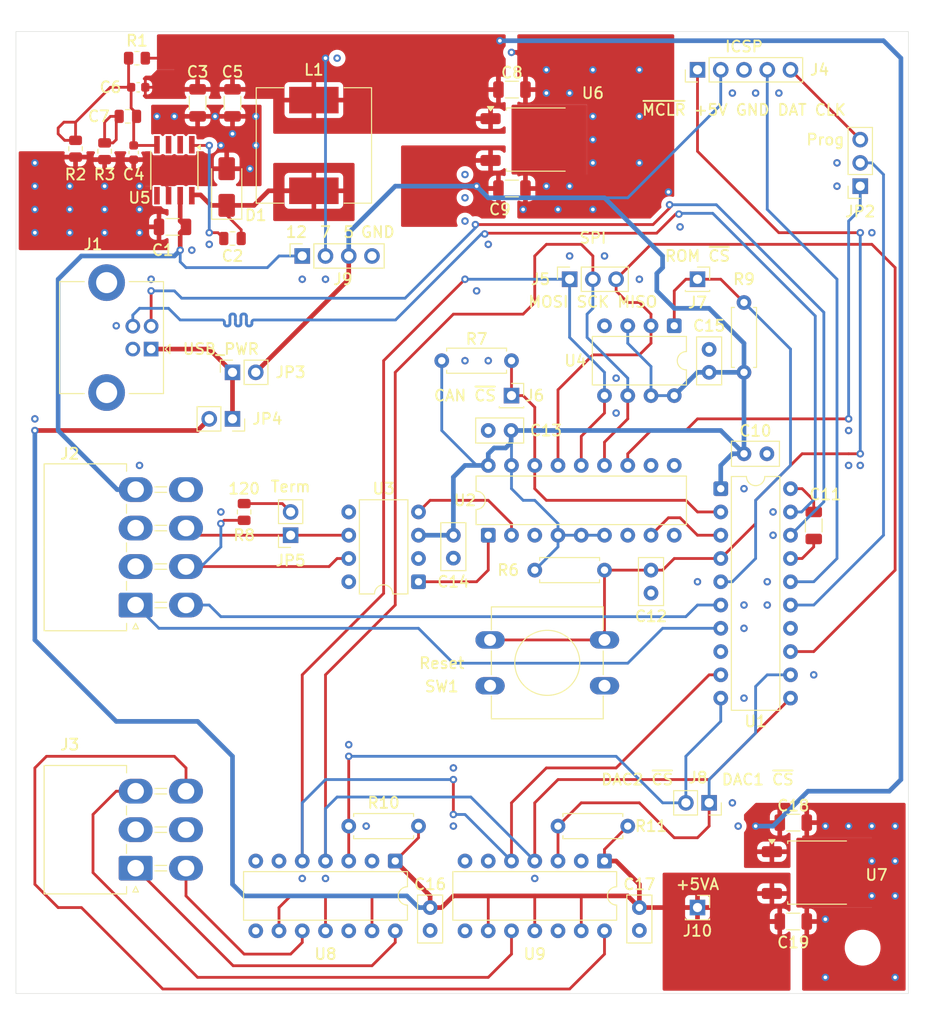
<source format=kicad_pcb>
(kicad_pcb (version 20241229) (generator "pcbnew") (generator_version "9.0")
  (title_block (title "CAN Gauge Interface") (date "2025-09-27") (rev "0.1") (company "Sam Anthony"))
  (layers (0 "F.Cu" signal) (4 "In1.Cu" signal) (6 "In2.Cu" signal) (2 "B.Cu" power) (13 "F.Paste" user) (15 "B.Paste" user) (5 "F.SilkS" user "F.Silkscreen") (7 "B.SilkS" user "B.Silkscreen") (1 "F.Mask" user) (3 "B.Mask" user) (25 "Edge.Cuts" user))
  (net 0 "")
  (net 1 "GND")
  (net 2 "+12V")
  (net 3 "Net-(U5-BOOT)")
  (net 4 "+7V")
  (net 5 "Net-(C7-Pad2)")
  (net 6 "+5V")
  (net 7 "Net-(U1-Vusb3v3)")
  (net 8 "/~{MCLR}")
  (net 9 "+5VA")
  (net 10 "/USB_D+")
  (net 11 "/USB_D-")
  (net 12 "VBUS")
  (net 15 "/CAN_L")
  (net 16 "/Speed")
  (net 17 "/Tach")
  (net 18 "/CAN_H")
  (net 19 "/AN4")
  (net 20 "/AN2")
  (net 21 "/AN3")
  (net 22 "/AN1")
  (net 23 "/ICSP_CLK")
  (net 24 "/ICSP_DAT")
  (net 25 "/SCK")
  (net 26 "/MOSI")
  (net 27 "/MISO")
  (net 28 "/CAN_~{CS}")
  (net 29 "/ROM_~{CS}")
  (net 30 "/DAC2_~{CS}")
  (net 31 "/DAC1_~{CS}")
  (net 32 "/INT{slash}ICSP_CLK")
  (net 33 "/INT")
  (net 34 "Net-(JP5-B)")
  (net 36 "/CLK")
  (net 39 "/CAN_RX")
  (net 40 "/CAN_TX")
  (net 53 "/PH")
  (net 54 "/sense")
  (footprint "Connector_PinSocket_2.54mm:PinSocket_1x01_P2.54mm_Vertical" (layer "F.Cu") (at 124.46 129.54)
    (property "Reference" "J7")
    (property "Value" "ROM ~{CS}")
  )
  (footprint "Capacitor_SMD:C_1206_3216Metric" (layer "F.Cu") (at 104.189 119.634)
    (property "Reference" "C9")
    (property "Value" "10u" (hide yes))
  )
  (footprint "Capacitor_SMD:C_0805_2012Metric" (layer "F.Cu") (at 62.23 111.76 180)
    (property "Reference" "C7")
    (property "Value" "47n" (hide yes))
  )
  (footprint "Connector_PinSocket_2.54mm:PinSocket_1x04_P2.54mm_Vertical" (layer "F.Cu") (at 81.28 127 90)
    (property "Reference" "J9")
    (property "Value" "Conn_01x04_Socket" (hide yes))
  )
  (footprint "MountingHole:MountingHole_3.2mm_M3_DIN965" (layer "F.Cu") (at 55 202.5)
    (property "Reference" "H1" (hide yes))
    (property "Value" "MountingHole" (hide yes))
  )
  (footprint "Capacitor_SMD:C_1206_3216Metric" (layer "F.Cu") (at 134.923 199.644)
    (property "Reference" "C19")
    (property "Value" "10u" (hide yes))
  )
  (footprint "Resistor_THT:R_Axial_DIN0207_L6.3mm_D2.5mm_P7.62mm_Horizontal" (layer "F.Cu") (at 93.98 189.23 180)
    (property "Reference" "R10")
    (property "Value" "10k" (hide yes))
  )
  (footprint "Capacitor_SMD:C_1206_3216Metric" (layer "F.Cu") (at 134.923 188.849)
    (property "Reference" "C18")
    (property "Value" "10u" (hide yes))
  )
  (footprint "Package_TO_SOT_SMD:TO-252-2" (layer "F.Cu") (at 106.894 114.294)
    (property "Reference" "U6")
    (property "Value" "L78M05AB" (hide yes))
  )
  (footprint "Capacitor_THT:C_Disc_D5.0mm_W2.5mm_P2.50mm" (layer "F.Cu") (at 95.25 198.12 -90)
    (property "Reference" "C16")
    (property "Value" "100n" (hide yes))
  )
  (footprint "MountingHole:MountingHole_3.2mm_M3_DIN965" (layer "F.Cu") (at 142.5 202.5)
    (property "Reference" "H2" (hide yes))
    (property "Value" "MountingHole" (hide yes))
  )
  (footprint "Capacitor_SMD:C_0603_1608Metric" (layer "F.Cu") (at 62.865 115.71 -90)
    (property "Reference" "C4")
    (property "Value" "220p" (hide yes))
  )
  (footprint "footprints:Molex_Mini-Fit_Jr_5569-06A2_2x03_P4.20mm_Horizontal" (layer "F.Cu") (at 63.08 193.82 90)
    (property "Reference" "J3")
    (property "Value" "Analog")
  )
  (footprint "Resistor_SMD:R_0805_2012Metric" (layer "F.Cu") (at 63.2225 105.41)
    (property "Reference" "R1")
    (property "Value" "10k" (hide yes))
  )
  (footprint "footprints:USB_B_Lumberg_2411_02_Horizontal" (layer "F.Cu") (at 64.77 137.16 180)
    (property "Reference" "J1")
    (property "Value" "USB_B" (hide yes))
  )
  (footprint "Connector_PinSocket_2.54mm:PinSocket_1x02_P2.54mm_Vertical" (layer "F.Cu") (at 80.01 157.48 180)
    (property "Reference" "JP5")
    (property "Value" "Term")
  )
  (footprint "Capacitor_SMD:C_0603_1608Metric" (layer "F.Cu") (at 63.36 108.585)
    (property "Reference" "C6")
    (property "Value" "3300p" (hide yes))
  )
  (footprint "Inductor_SMD:L_12x12mm_H8mm" (layer "F.Cu") (at 82.55 114.935 90)
    (property "Reference" "L1")
    (property "Value" "150u" (hide yes))
  )
  (footprint "MountingHole:MountingHole_3.2mm_M3_DIN965" (layer "F.Cu") (at 55 107.5)
    (property "Reference" "H4" (hide yes))
    (property "Value" "MountingHole" (hide yes))
  )
  (footprint "Resistor_SMD:R_0805_2012Metric" (layer "F.Cu") (at 56.515 115.2925 -90)
    (property "Reference" "R2")
    (property "Value" "3k24" (hide yes))
  )
  (footprint "Resistor_THT:R_Axial_DIN0207_L6.3mm_D2.5mm_P7.62mm_Horizontal" (layer "F.Cu") (at 106.68 161.29)
    (property "Reference" "R6")
    (property "Value" "10k" (hide yes))
  )
  (footprint "Connector_PinSocket_2.54mm:PinSocket_1x02_P2.54mm_Vertical" (layer "F.Cu") (at 125.73 186.69 -90)
    (property "Reference" "J8")
    (property "Value" "DAC ~{CS}" (hide yes))
  )
  (footprint "Button_Switch_THT:SW_PUSH-12mm" (layer "F.Cu") (at 114.3 173.91 180)
    (property "Reference" "SW1")
    (property "Value" "Reset")
  )
  (footprint "Capacitor_SMD:C_1206_3216Metric" (layer "F.Cu") (at 69.85 110.285 -90)
    (property "Reference" "C3")
    (property "Value" "22u" (hide yes))
  )
  (footprint "Connector_PinSocket_2.54mm:PinSocket_1x01_P2.54mm_Vertical" (layer "F.Cu") (at 104.14 142.24)
    (property "Reference" "J6")
    (property "Value" "CAN ~{CS}")
  )
  (footprint "Resistor_THT:R_Axial_DIN0207_L6.3mm_D2.5mm_P7.62mm_Horizontal" (layer "F.Cu") (at 129.54 139.7 90)
    (property "Reference" "R9")
    (property "Value" "10k" (hide yes))
  )
  (footprint "Connector_PinSocket_2.54mm:PinSocket_1x03_P2.54mm_Vertical" (layer "F.Cu") (at 142.24 119.38 180)
    (property "Reference" "JP2")
    (property "Value" "Prog")
  )
  (footprint "Package_DIP:DIP-14_W7.62mm" (layer "F.Cu") (at 91.44 193.04 -90)
    (property "Reference" "U8")
    (property "Value" "MCP4912" (hide yes))
  )
  (footprint "Diode_SMD:D_SMA" (layer "F.Cu") (at 73.025 119.475 90)
    (property "Reference" "D1")
    (property "Value" "SS34" (hide yes))
  )
  (footprint "footprints:Molex_Mini-Fit_Jr_5569-08A2_2x04_P4.20mm_Horizontal" (layer "F.Cu") (at 63.08 165.1 90)
    (property "Reference" "J2")
    (property "Value" "Conn_02x04_Top_Bottom")
  )
  (footprint "Resistor_SMD:R_0805_2012Metric" (layer "F.Cu") (at 59.69 115.57 -90)
    (property "Reference" "R3")
    (property "Value" "2k7" (hide yes))
  )
  (footprint "Package_DIP:DIP-8_W7.62mm" (layer "F.Cu") (at 93.98 162.56 180)
    (property "Reference" "U3")
    (property "Value" "MCP2561-E-P" (hide yes))
  )
  (footprint "Resistor_THT:R_Axial_DIN0207_L6.3mm_D2.5mm_P7.62mm_Horizontal" (layer "F.Cu") (at 96.52 138.43)
    (property "Reference" "R7")
    (property "Value" "10k" (hide yes))
  )
  (footprint "Capacitor_SMD:C_1206_3216Metric" (layer "F.Cu") (at 73.66 110.285 -90)
    (property "Reference" "C5")
    (property "Value" "22u" (hide yes))
  )
  (footprint "Connector_PinHeader_2.54mm:PinHeader_1x05_P2.54mm_Vertical" (layer "F.Cu") (at 124.46 106.68 90)
    (property "Reference" "J4")
    (property "Value" "ICSP")
  )
  (footprint "Capacitor_THT:C_Disc_D5.0mm_W2.5mm_P2.50mm" (layer "F.Cu") (at 97.79 159.98 90)
    (property "Reference" "C14")
    (property "Value" "100n" (hide yes))
  )
  (footprint "Connector_PinSocket_2.54mm:PinSocket_1x03_P2.54mm_Vertical" (layer "F.Cu") (at 110.49 129.54 90)
    (property "Reference" "J5")
    (property "Value" "SPI Debug" (hide yes))
  )
  (footprint "Connector_PinSocket_2.54mm:PinSocket_1x02_P2.54mm_Vertical" (layer "F.Cu") (at 73.66 144.78 -90)
    (property "Reference" "JP4")
    (property "Value" "USB_PWR" (hide yes))
  )
  (footprint "Capacitor_SMD:C_1206_3216Metric" (layer "F.Cu") (at 104.189 108.839)
    (property "Reference" "C8")
    (property "Value" "10u" (hide yes))
  )
  (footprint "Connector_PinSocket_2.54mm:PinSocket_1x01_P2.54mm_Vertical" (layer "F.Cu") (at 124.46 198.12)
    (property "Reference" "J10")
    (property "Value" "+5VA")
  )
  (footprint "Package_DIP:DIP-20_W7.62mm" (layer "F.Cu") (at 127 152.4)
    (property "Reference" "U1")
    (property "Value" "PIC16F1459-IP" (hide yes))
  )
  (footprint "Capacitor_SMD:C_0805_2012Metric" (layer "F.Cu") (at 73.66 125.095)
    (property "Reference" "C2")
    (property "Value" "10n" (hide yes))
  )
  (footprint "Package_SO:TI_SO-PowerPAD-8" (layer "F.Cu") (at 67.31 117.635 -90)
    (property "Reference" "U5")
    (property "Value" "TPS5430DDA" (hide yes))
  )
  (footprint "Capacitor_THT:C_Disc_D5.0mm_W2.5mm_P2.50mm" (layer "F.Cu") (at 119.38 161.29 -90)
    (property "Reference" "C12")
    (property "Value" "100n" (hide yes))
  )
  (footprint "Capacitor_THT:C_Disc_D5.0mm_W2.5mm_P2.50mm" (layer "F.Cu") (at 118.11 198.12 -90)
    (property "Reference" "C17")
    (property "Value" "100n" (hide yes))
  )
  (footprint "Resistor_SMD:R_0805_2012Metric" (layer "F.Cu") (at 74.93 154.94 -90)
    (property "Reference" "R8")
    (property "Value" "120")
  )
  (footprint "Capacitor_THT:C_Disc_D5.0mm_W2.5mm_P2.50mm" (layer "F.Cu") (at 129.54 148.59)
    (property "Reference" "C10")
    (property "Value" "100n" (hide yes))
  )
  (footprint "MountingHole:MountingHole_3.2mm_M3_DIN965" (layer "F.Cu") (at 142.5 107.5)
    (property "Reference" "H3" (hide yes))
    (property "Value" "MountingHole" (hide yes))
  )
  (footprint "Capacitor_THT:C_Disc_D5.0mm_W2.5mm_P2.50mm" (layer "F.Cu") (at 101.6 146.05)
    (property "Reference" "C13")
    (property "Value" "100n" (hide yes))
  )
  (footprint "Resistor_THT:R_Axial_DIN0207_L6.3mm_D2.5mm_P7.62mm_Horizontal" (layer "F.Cu") (at 116.84 189.23 180)
    (property "Reference" "R11")
    (property "Value" "10k" (hide yes))
  )
  (footprint "Connector_PinSocket_2.54mm:PinSocket_1x02_P2.54mm_Vertical" (layer "F.Cu") (at 73.66 139.7 90)
    (property "Reference" "JP3")
    (property "Value" "USB_PWR")
  )
  (footprint "Package_DIP:DIP-18_W7.62mm" (layer "F.Cu") (at 101.6 157.48 90)
    (property "Reference" "U2")
    (property "Value" "MCP2515-I/P" (hide yes))
  )
  (footprint "Capacitor_SMD:C_1206_3216Metric" (layer "F.Cu") (at 137.16 156.415 90)
    (property "Reference" "C11")
    (property "Value" "1u" (hide yes))
  )
  (footprint "Package_DIP:DIP-8_W7.62mm" (layer "F.Cu") (at 121.92 134.62 -90)
    (property "Reference" "U4")
    (property "Value" "25LC160C" (hide yes))
  )
  (footprint "Package_TO_SOT_SMD:TO-252-2" (layer "F.Cu") (at 137.628 194.304)
    (property "Reference" "U7")
    (property "Value" "L78M05AB" (hide yes))
  )
  (footprint "Capacitor_SMD:C_1206_3216Metric" (layer "F.Cu") (at 67.105 123.825 180)
    (property "Reference" "C1")
    (property "Value" "22u" (hide yes))
  )
  (footprint "Capacitor_THT:C_Disc_D5.0mm_W2.5mm_P2.50mm" (layer "F.Cu") (at 125.73 137.2 -90)
    (property "Reference" "C15")
    (property "Value" "100n" (hide yes))
  )
  (footprint "Package_DIP:DIP-14_W7.62mm" (layer "F.Cu") (at 114.3 193.04 -90)
    (property "Reference" "U9")
    (property "Value" "MCP4912" (hide yes))
  )
  (gr_rect (start 50 102.5) (end 147.5 207.5) (stroke (width 0.05)) (fill no) (layer "Edge.Cuts"))
  (gr_text "SPI" (at 113.03 125.73 0) (layer "F.SilkS") (effects (font (size 1.2 1.2) (thickness 0.2) (bold yes)) (justify bottom)))
  (gr_text "12" (at 80.645 125.095 0) (layer "F.SilkS") (effects (font (size 1.2 1.2) (thickness 0.2) (bold yes)) (justify bottom)))
  (gr_text "~{MCLR} +5V GND DAT CLK" (at 129.54 111.76 0) (layer "F.SilkS") (effects (font (size 1.2 1.2) (thickness 0.2) (bold yes)) (justify bottom)))
  (gr_text "GND" (at 89.535 125.095 0) (layer "F.SilkS") (effects (font (size 1.2 1.2) (thickness 0.2) (bold yes)) (justify bottom)))
  (gr_text "7\n" (at 83.82 125.095 0) (layer "F.SilkS") (effects (font (size 1.2 1.2) (thickness 0.2) (bold yes)) (justify bottom)))
  (gr_text "DAC2 ~{CS}" (at 121.92 184.15 0) (layer "F.SilkS") (effects (font (size 1.2 1.2) (thickness 0.2) (bold yes)) (justify right)))
  (gr_text "DAC1 ~{CS}" (at 127 184.15 0) (layer "F.SilkS") (effects (font (size 1.2 1.2) (thickness 0.2) (bold yes)) (justify left)))
  (gr_text "MOSI SCK MISO" (at 113.03 132.715 0) (layer "F.SilkS") (effects (font (size 1.2 1.2) (thickness 0.2) (bold yes)) (justify bottom)))
  (gr_text "5" (at 86.36 125.095 0) (layer "F.SilkS") (effects (font (size 1.2 1.2) (thickness 0.2) (bold yes)) (justify bottom)))
  (segment (start 134.62 152.4) (end 135.89 152.4) (width 0.3048) (layer "F.Cu") (net 1))
  (segment (start 105.664 105.664) (end 105.664 108.839) (width 0.508) (layer "F.Cu") (net 1))
  (segment (start 104.14 104.775) (end 104.775 104.775) (width 0.508) (layer "F.Cu") (net 1))
  (segment (start 137.16 153.67) (end 137.16 154.94) (width 0.3048) (layer "F.Cu") (net 1))
  (segment (start 104.775 104.775) (end 105.664 105.664) (width 0.508) (layer "F.Cu") (net 1))
  (segment (start 135.89 152.4) (end 137.16 153.67) (width 0.3048) (layer "F.Cu") (net 1))
  (via (at 128.27 109.22) (size 0.8128) (drill 0.4) (layers "F.Cu" "B.Cu") (net 1))
  (via (at 71.755 111.76) (size 0.8128) (drill 0.4) (layers "F.Cu" "B.Cu") (net 1))
  (via (at 73.66 113.665) (size 0.8128) (drill 0.4) (layers "F.Cu" "B.Cu") (net 1))
  (via (at 122.555 123.825) (size 0.8128) (drill 0.4) (layers "F.Cu" "B.Cu") (net 1))
  (via (at 99.06 138.43) (size 0.8128) (drill 0.4) (layers "F.Cu" "B.Cu") (net 1))
  (via (at 63.5 124.46) (size 0.8128) (drill 0.4) (layers "F.Cu" "B.Cu") (net 1))
  (via (at 139.7 116.84) (size 0.8128) (drill 0.4) (layers "F.Cu" "B.Cu") (net 1))
  (via (at 110.49 109.22) (size 0.8128) (drill 0.4) (layers "F.Cu" "B.Cu") (net 1))
  (via (at 113.03 111.76) (size 0.8128) (drill 0.4) (layers "F.Cu" "B.Cu") (net 1))
  (via (at 146.05 196.85) (size 0.8128) (drill 0.4) (layers "F.Cu" "B.Cu") (net 1))
  (via (at 118.11 129.54) (size 0.8128) (drill 0.4) (layers "F.Cu" "B.Cu") (net 1))
  (via (at 67.31 111.76) (size 0.8128) (drill 0.4) (layers "F.Cu" "B.Cu") (net 1))
  (via (at 110.49 119.38) (size 0.8128) (drill 0.4) (layers "F.Cu" "B.Cu") (net 1))
  (via (at 88.265 189.23) (size 0.8128) (drill 0.4) (layers "F.Cu" "B.Cu") (net 1))
  (via (at 138.43 199.39) (size 0.8128) (drill 0.4) (layers "F.Cu" "B.Cu") (net 1))
  (via (at 69.215 126.365) (size 0.8128) (drill 0.4) (layers "F.Cu" "B.Cu") (net 1))
  (via (at 146.05 193.04) (size 0.8128) (drill 0.4) (layers "F.Cu" "B.Cu") (net 1))
  (via (at 143.51 189.23) (size 0.8128) (drill 0.4) (layers "F.Cu" "B.Cu") (net 1))
  (via (at 75.565 117.475) (size 0.8128) (drill 0.4) (layers "F.Cu" "B.Cu") (net 1))
  (via (at 104.14 104.775) (size 0.8128) (drill 0.4) (layers "F.Cu" "B.Cu") (net 1))
  (via (at 81.28 129.54) (size 0.8128) (drill 0.4) (layers "F.Cu" "B.Cu") (net 1))
  (via (at 118.11 116.84) (size 0.8128) (drill 0.4) (layers "F.Cu" "B.Cu") (net 1))
  (via (at 65.405 111.76) (size 0.8128) (drill 0.4) (layers "F.Cu" "B.Cu") (net 1))
  (via (at 55.88 121.92) (size 0.8128) (drill 0.4) (layers "F.Cu" "B.Cu") (net 1))
  (via (at 121.285 120.015) (size 0.8128) (drill 0.4) (layers "F.Cu" "B.Cu") (net 1))
  (via (at 138.43 189.23) (size 0.8128) (drill 0.4) (layers "F.Cu" "B.Cu") (net 1))
  (via (at 132.08 162.56) (size 0.8128) (drill 0.4) (layers "F.Cu" "B.Cu") (net 1))
  (via (at 110.49 127) (size 0.8128) (drill 0.4) (layers "F.Cu" "B.Cu") (net 1))
  (via (at 63.5 149.86) (size 0.8128) (drill 0.4) (layers "F.Cu" "B.Cu") (net 1))
  (via (at 128.905 189.23) (size 0.8128) (drill 0.4) (layers "F.Cu" "B.Cu") (net 1))
  (via (at 107.95 119.38) (size 0.8128) (drill 0.4) (layers "F.Cu" "B.Cu") (net 1))
  (via (at 99.06 120.65) (size 0.8128) (drill 0.4) (layers "F.Cu" "B.Cu") (net 1))
  (via (at 140.97 149.86) (size 0.8128) (drill 0.4) (layers "F.Cu" "B.Cu") (net 1))
  (via (at 142.24 149.86) (size 0.8128) (drill 0.4) (layers "F.Cu" "B.Cu") (net 1))
  (via (at 132.715 157.48) (size 0.8128) (drill 0.4) (layers "F.Cu" "B.Cu") (net 1))
  (via (at 143.51 124.46) (size 0.8128) (drill 0.4) (layers "F.Cu" "B.Cu") (net 1))
  (via (at 128.27 186.69) (size 0.8128) (drill 0.4) (layers "F.Cu" "B.Cu") (net 1))
  (via (at 132.08 165.1) (size 0.8128) (drill 0.4) (layers "F.Cu" "B.Cu") (net 1))
  (via (at 52.07 144.78) (size 0.8128) (drill 0.4) (layers "F.Cu" "B.Cu") (net 1))
  (via (at 85.09 105.41) (size 0.8128) (drill 0.4) (layers "F.Cu" "B.Cu") (net 1))
  (via (at 129.54 165.1) (size 0.8128) (drill 0.4) (layers "F.Cu" "B.Cu") (net 1))
  (via (at 130.81 109.22) (size 0.8128) (drill 0.4) (layers "F.Cu" "B.Cu") (net 1))
  (via (at 129.54 152.4) (size 0.8128) (drill 0.4) (layers "F.Cu" "B.Cu") (net 1))
  (via (at 52.07 119.38) (size 0.8128) (drill 0.4) (layers "F.Cu" "B.Cu") (net 1))
  (via (at 146.05 205.74) (size 0.8128) (drill 0.4) (layers "F.Cu" "B.Cu") (net 1))
  (via (at 101.6 125.73) (size 0.8128) (drill 0.4) (layers "F.Cu" "B.Cu") (net 1))
  (via (at 133.35 109.22) (size 0.8128) (drill 0.4) (layers "F.Cu" "B.Cu") (net 1))
  (via (at 109.22 121.92) (size 0.8128) (drill 0.4) (layers "F.Cu" "B.Cu") (net 1))
  (via (at 59.69 121.92) (size 0.8128) (drill 0.4) (layers "F.Cu" "B.Cu") (net 1))
  (via (at 115.57 140.335) (size 0.8128) (drill 0.4) (layers "F.Cu" "B.Cu") (net 1))
  (via (at 55.88 119.38) (size 0.8128) (drill 0.4) (layers "F.Cu" "B.Cu") (net 1))
  (via (at 106.68 194.945) (size 0.8128) (drill 0.4) (layers "F.Cu" "B.Cu") (net 1))
  (via (at 76.2 114.935) (size 0.8128) (drill 0.4) (layers "F.Cu" "B.Cu") (net 1))
  (via (at 140.97 189.23) (size 0.8128) (drill 0.4) (layers "F.Cu" "B.Cu") (net 1))
  (via (at 113.03 114.3) (size 0.8128) (drill 0.4) (layers "F.Cu" "B.Cu") (net 1))
  (via (at 60.96 134.62) (size 0.8128) (drill 0.4) (layers "F.Cu" "B.Cu") (net 1))
  (via (at 115.57 144.145) (size 0.8128) (drill 0.4) (layers "F.Cu" "B.Cu") (net 1))
  (via (at 118.11 111.76) (size 0.8128) (drill 0.4) (layers "F.Cu" "B.Cu") (net 1))
  (via (at 71.12 125.73) (size 0.8128) (drill 0.4) (layers "F.Cu" "B.Cu") (net 1))
  (via (at 105.41 121.92) (size 0.8128) (drill 0.4) (layers "F.Cu" "B.Cu") (net 1))
  (via (at 138.43 205.74) (size 0.8128) (drill 0.4) (layers "F.Cu" "B.Cu") (net 1))
  (via (at 99.06 118.11) (size 0.8128) (drill 0.4) (layers "F.Cu" "B.Cu") (net 1))
  (via (at 100.33 130.81) (size 0.8128) (drill 0.4) (layers "F.Cu" "B.Cu") (net 1))
  (via (at 52.07 116.84) (size 0.8128) (drill 0.4) (layers "F.Cu" "B.Cu") (net 1))
  (via (at 72.39 114.935) (size 0.8128) (drill 0.4) (layers "F.Cu" "B.Cu") (net 1))
  (via (at 83.82 129.54) (size 0.8128) (drill 0.4) (layers "F.Cu" "B.Cu") (net 1))
  (via (at 64.77 129.54) (size 0.8128) (drill 0.4) (layers "F.Cu" "B.Cu") (net 1))
  (via (at 63.5 121.92) (size 0.8128) (drill 0.4) (layers "F.Cu" "B.Cu") (net 1))
  (via (at 137.16 172.72) (size 0.8128) (drill 0.4) (layers "F.Cu" "B.Cu") (net 1))
  (via (at 107.95 109.22) (size 0.8128) (drill 0.4) (layers "F.Cu" "B.Cu") (net 1))
  (via (at 101.6 138.43) (size 0.8128) (drill 0.4) (layers "F.Cu" "B.Cu") (net 1))
  (via (at 97.79 189.23) (size 0.8128) (drill 0.4) (layers "F.Cu" "B.Cu") (net 1))
  (via (at 118.11 106.68) (size 0.8128) (drill 0.4) (layers "F.Cu" "B.Cu") (net 1))
  (via (at 52.07 124.46) (size 0.8128) (drill 0.4) (layers "F.Cu" "B.Cu") (net 1))
  (via (at 139.7 119.38) (size 0.8128) (drill 0.4) (layers "F.Cu" "B.Cu") (net 1))
  (via (at 83.82 194.945) (size 0.8128) (drill 0.4) (layers "F.Cu" "B.Cu") (net 1))
  (via (at 146.05 189.23) (size 0.8128) (drill 0.4) (layers "F.Cu" "B.Cu") (net 1))
  (via (at 113.03 121.92) (size 0.8128) (drill 0.4) (layers "F.Cu" "B.Cu") (net 1))
  (via (at 113.03 106.68) (size 0.8128) (drill 0.4) (layers "F.Cu" "B.Cu") (net 1))
  (via (at 72.39 154.94) (size 0.8128) (drill 0.4) (layers "F.Cu" "B.Cu") (net 1))
  (via (at 59.69 119.38) (size 0.8128) (drill 0.4) (layers "F.Cu" "B.Cu") (net 1))
  (via (at 129.54 175.26) (size 0.8128) (drill 0.4) (layers "F.Cu" "B.Cu") (net 1))
  (via (at 81.28 194.945) (size 0.8128) (drill 0.4) (layers "F.Cu" "B.Cu") (net 1))
  (via (at 97.79 182.88) (size 0.8128) (drill 0.4) (layers "F.Cu" "B.Cu") (net 1))
  (via (at 124.46 162.56) (size 0.8128) (drill 0.4) (layers "F.Cu" "B.Cu") (net 1))
  (via (at 55.88 124.46) (size 0.8128) (drill 0.4) (layers "F.Cu" "B.Cu") (net 1))
  (via (at 132.715 154.94) (size 0.8128) (drill 0.4) (layers "F.Cu" "B.Cu") (net 1))
  (via (at 143.51 196.85) (size 0.8128) (drill 0.4) (layers "F.Cu" "B.Cu") (net 1))
  (via (at 113.03 116.84) (size 0.8128) (drill 0.4) (layers "F.Cu" "B.Cu") (net 1))
  (via (at 63.5 119.38) (size 0.8128) (drill 0.4) (layers "F.Cu" "B.Cu") (net 1))
  (via (at 59.69 124.46) (size 0.8128) (drill 0.4) (layers "F.Cu" "B.Cu") (net 1))
  (via (at 76.2 111.76) (size 0.8128) (drill 0.4) (layers "F.Cu" "B.Cu") (net 1))
  (via (at 86.36 180.34) (size 0.8128) (drill 0.4) (layers "F.Cu" "B.Cu") (net 1))
  (via (at 129.54 167.64) (size 0.8128) (drill 0.4) (layers "F.Cu" "B.Cu") (net 1))
  (via (at 143.51 193.04) (size 0.8128) (drill 0.4) (layers "F.Cu" "B.Cu") (net 1))
  (via (at 99.06 123.19) (size 0.8128) (drill 0.4) (layers "F.Cu" "B.Cu") (net 1))
  (via (at 107.95 106.68) (size 0.8128) (drill 0.4) (layers "F.Cu" "B.Cu") (net 1))
  (via (at 52.07 121.92) (size 0.8128) (drill 0.4) (layers "F.Cu" "B.Cu") (net 1))
  (via (at 114.3 127) (size 0.8128) (drill 0.4) (layers "F.Cu" "B.Cu") (net 1))
  (via (at 140.97 146.05) (size 0.8128) (drill 0.4) (layers "F.Cu" "B.Cu") (net 1))
  (segment (start 67.945 124.46) (end 67.945 126.365) (width 0.508) (layer "F.Cu") (net 2))
  (segment (start 67.945 123.19) (end 68.58 123.825) (width 0.508) (layer "F.Cu") (net 2))
  (segment (start 68.58 123.825) (end 67.945 124.46) (width 0.508) (layer "F.Cu") (net 2))
  (segment (start 67.945 120.335) (end 67.945 123.19) (width 0.508) (layer "F.Cu") (net 2))
  (via (at 67.945 126.365) (size 0.8128) (drill 0.4) (layers "F.Cu" "B.Cu") (net 2))
  (segment (start 54.61 146.05) (end 61.06 152.5) (width 0.508) (layer "B.Cu") (net 2))
  (segment (start 67.945 126.365) (end 67.31 127) (width 0.508) (layer "B.Cu") (net 2))
  (segment (start 77.47 128.27) (end 68.58 128.27) (width 0.3048) (layer "B.Cu") (net 2))
  (segment (start 68.58 128.27) (end 67.945 127.635) (width 0.3048) (layer "B.Cu") (net 2))
  (segment (start 67.31 127) (end 57.15 127) (width 0.508) (layer "B.Cu") (net 2))
  (segment (start 57.15 127) (end 54.61 129.54) (width 0.508) (layer "B.Cu") (net 2))
  (segment (start 61.06 152.5) (end 63.08 152.5) (width 0.508) (layer "B.Cu") (net 2))
  (segment (start 78.74 127) (end 77.47 128.27) (width 0.3048) (layer "B.Cu") (net 2))
  (segment (start 54.61 129.54) (end 54.61 146.05) (width 0.508) (layer "B.Cu") (net 2))
  (segment (start 81.28 127) (end 78.74 127) (width 0.3048) (layer "B.Cu") (net 2))
  (segment (start 67.945 127.635) (end 67.945 126.365) (width 0.3048) (layer "B.Cu") (net 2))
  (segment (start 69.215 114.935) (end 71.12 114.935) (width 0.3048) (layer "F.Cu") (net 3))
  (segment (start 72.075 124.46) (end 72.71 125.095) (width 0.3048) (layer "F.Cu") (net 3))
  (segment (start 71.12 124.46) (end 72.075 124.46) (width 0.3048) (layer "F.Cu") (net 3))
  (via (at 71.12 114.935) (size 0.8128) (drill 0.4) (layers "F.Cu" "B.Cu") (net 3))
  (via (at 71.12 124.46) (size 0.8128) (drill 0.4) (layers "F.Cu" "B.Cu") (net 3))
  (segment (start 71.12 114.935) (end 71.12 124.46) (width 0.3048) (layer "B.Cu") (net 3))
  (segment (start 83.82 105.41) (end 82.55 106.68) (width 0.3048) (layer "F.Cu") (net 4))
  (segment (start 102.714 103.661) (end 102.87 103.505) (width 0.508) (layer "F.Cu") (net 4))
  (segment (start 69.85 107.315) (end 69.85 108.81) (width 0.3048) (layer "F.Cu") (net 4))
  (segment (start 102.714 108.839) (end 102.714 103.661) (width 0.508) (layer "F.Cu") (net 4))
  (segment (start 64.135 105.41) (end 67.945 105.41) (width 0.3048) (layer "F.Cu") (net 4))
  (segment (start 67.945 105.41) (end 69.85 107.315) (width 0.3048) (layer "F.Cu") (net 4))
  (segment (start 82.55 106.68) (end 82.55 109.985) (width 0.3048) (layer "F.Cu") (net 4))
  (via (at 102.87 103.505) (size 0.8128) (drill 0.4) (layers "F.Cu" "B.Cu") (net 4))
  (via (at 83.82 105.41) (size 0.8128) (drill 0.4) (layers "F.Cu" "B.Cu") (net 4))
  (via (at 130.81 189.23) (size 0.8128) (drill 0.4) (layers "F.Cu" "B.Cu") (net 4))
  (segment (start 146.685 105.41) (end 146.685 184.15) (width 0.508) (layer "B.Cu") (net 4))
  (segment (start 102.87 103.505) (end 144.78 103.505) (width 0.508) (layer "B.Cu") (net 4))
  (segment (start 83.82 127) (end 83.82 105.41) (width 0.3048) (layer "B.Cu") (net 4))
  (segment (start 144.78 103.505) (end 146.685 105.41) (width 0.508) (layer "B.Cu") (net 4))
  (segment (start 146.685 184.15) (end 145.415 185.42) (width 0.508) (layer "B.Cu") (net 4))
  (segment (start 136.525 185.42) (end 132.715 189.23) (width 0.508) (layer "B.Cu") (net 4))
  (segment (start 145.415 185.42) (end 136.525 185.42) (width 0.508) (layer "B.Cu") (net 4))
  (segment (start 132.715 189.23) (end 130.81 189.23) (width 0.508) (layer "B.Cu") (net 4))
  (segment (start 60.6025 114.6575) (end 60.96 114.3) (width 0.3048) (layer "F.Cu") (net 5))
  (segment (start 59.69 112.395) (end 60.325 111.76) (width 0.3048) (layer "F.Cu") (net 5))
  (segment (start 59.69 114.6575) (end 60.6025 114.6575) (width 0.3048) (layer "F.Cu") (net 5))
  (segment (start 59.69 114.6575) (end 59.69 112.395) (width 0.3048) (layer "F.Cu") (net 5))
  (segment (start 60.325 111.76) (end 61.28 111.76) (width 0.3048) (layer "F.Cu") (net 5))
  (segment (start 60.96 114.3) (end 60.96 111.76) (width 0.3048) (layer "F.Cu") (net 5))
  (segment (start 86.36 129.54) (end 86.36 127) (width 0.508) (layer "F.Cu") (net 6))
  (segment (start 76.2 139.7) (end 86.36 129.54) (width 0.508) (layer "F.Cu") (net 6))
  (segment (start 102.714 119.634) (end 100.584 119.634) (width 0.508) (layer "F.Cu") (net 6))
  (segment (start 100.584 119.634) (end 100.33 119.38) (width 0.508) (layer "F.Cu") (net 6))
  (via (at 100.33 119.38) (size 0.8128) (drill 0.4) (layers "F.Cu" "B.Cu") (net 6))
  (segment (start 119.38 139.065) (end 116.84 136.525) (width 0.3048) (layer "B.Cu") (net 6))
  (segment (start 119.38 142.24) (end 121.92 142.24) (width 0.3048) (layer "B.Cu") (net 6))
  (segment (start 128.27 148.59) (end 127 149.86) (width 0.508) (layer "B.Cu") (net 6))
  (segment (start 119.38 142.24) (end 119.38 139.065) (width 0.3048) (layer "B.Cu") (net 6))
  (segment (start 86.36 127) (end 86.36 124.46) (width 0.508) (layer "B.Cu") (net 6))
  (segment (start 129.54 148.59) (end 127 146.05) (width 0.508) (layer "B.Cu") (net 6))
  (segment (start 101.6 149.86) (end 99.06 149.86) (width 0.508) (layer "B.Cu") (net 6))
  (segment (start 96.52 146.05) (end 100.33 149.86) (width 0.3048) (layer "B.Cu") (net 6))
  (segment (start 100.33 149.86) (end 101.6 149.86) (width 0.3048) (layer "B.Cu") (net 6))
  (segment (start 100.33 119.38) (end 101.6 120.65) (width 0.508) (layer "B.Cu") (net 6))
  (segment (start 91.44 119.38) (end 100.33 119.38) (width 0.508) (layer "B.Cu") (net 6))
  (segment (start 109.22 156.21) (end 109.22 157.48) (width 0.3048) (layer "B.Cu") (net 6))
  (segment (start 124.46 139.7) (end 121.92 142.24) (width 0.508) (layer "B.Cu") (net 6))
  (segment (start 120.65 128.27) (end 120.015 128.905) (width 0.508) (layer "B.Cu") (net 6))
  (segment (start 120.015 128.905) (end 120.015 130.81) (width 0.508) (layer "B.Cu") (net 6))
  (segment (start 97.79 151.13) (end 97.79 157.48) (width 0.508) (layer "B.Cu") (net 6))
  (segment (start 125.73 132.715) (end 129.54 136.525) (width 0.508) (layer "B.Cu") (net 6))
  (segment (start 127 149.86) (end 127 152.4) (width 0.508) (layer "B.Cu") (net 6))
  (segment (start 109.22 158.75) (end 106.68 161.29) (width 0.3048) (layer "B.Cu") (net 6))
  (segment (start 104.14 149.86) (end 104.14 152.4) (width 0.3048) (layer "B.Cu") (net 6))
  (segment (start 125.73 139.7) (end 124.46 139.7) (width 0.508) (layer "B.Cu") (net 6))
  (segment (start 120.65 127) (end 120.65 128.27) (width 0.508) (layer "B.Cu") (net 6))
  (segment (start 109.22 157.48) (end 114.3 157.48) (width 0.3048) (layer "B.Cu") (net 6))
  (segment (start 121.92 132.715) (end 125.73 132.715) (width 0.508) (layer "B.Cu") (net 6))
  (segment (start 97.79 157.48) (end 93.98 157.48) (width 0.508) (layer "B.Cu") (net 6))
  (segment (start 127 106.68) (end 127 110.49) (width 0.3048) (layer "B.Cu") (net 6))
  (segment (start 129.54 139.7) (end 129.54 148.59) (width 0.508) (layer "B.Cu") (net 6))
  (segment (start 105.41 153.67) (end 106.68 153.67) (width 0.3048) (layer "B.Cu") (net 6))
  (segment (start 99.06 149.86) (end 97.79 151.13) (width 0.508) (layer "B.Cu") (net 6))
  (segment (start 101.6 148.59) (end 101.6 149.86) (width 0.508) (layer "B.Cu") (net 6))
  (segment (start 114.3 120.65) (end 120.65 127) (width 0.508) (layer "B.Cu") (net 6))
  (segment (start 120.015 130.81) (end 121.92 132.715) (width 0.508) (layer "B.Cu") (net 6))
  (segment (start 129.54 136.525) (end 129.54 139.7) (width 0.508) (layer "B.Cu") (net 6))
  (segment (start 104.14 149.86) (end 104.14 146.09) (width 0.3048) (layer "B.Cu") (net 6))
  (segment (start 86.36 124.46) (end 91.44 119.38) (width 0.508) (layer "B.Cu") (net 6))
  (segment (start 129.54 139.7) (end 125.73 139.7) (width 0.508) (layer "B.Cu") (net 6))
  (segment (start 109.22 157.48) (end 109.22 158.75) (width 0.3048) (layer "B.Cu") (net 6))
  (segment (start 103.505 147.955) (end 102.235 147.955) (width 0.508) (layer "B.Cu") (net 6))
  (segment (start 127 146.05) (end 104.1 146.05) (width 0.508) (layer "B.Cu") (net 6))
  (segment (start 127 110.49) (end 116.84 120.65) (width 0.3048) (layer "B.Cu") (net 6))
  (segment (start 101.6 120.65) (end 114.3 120.65) (width 0.508) (layer "B.Cu") (net 6))
  (segment (start 102.235 147.955) (end 101.6 148.59) (width 0.508) (layer "B.Cu") (net 6))
  (segment (start 96.52 138.43) (end 96.52 146.05) (width 0.3048) (layer "B.Cu") (net 6))
  (segment (start 106.68 153.67) (end 109.22 156.21) (width 0.3048) (layer "B.Cu") (net 6))
  (segment (start 129.54 148.59) (end 128.27 148.59) (width 0.508) (layer "B.Cu") (net 6))
  (segment (start 104.1 146.05) (end 104.1 147.36) (width 0.508) (layer "B.Cu") (net 6))
  (segment (start 116.84 120.65) (end 114.3 120.65) (width 0.3048) (layer "B.Cu") (net 6))
  (segment (start 116.84 136.525) (end 116.84 134.62) (width 0.3048) (layer "B.Cu") (net 6))
  (segment (start 104.14 146.09) (end 104.1 146.05) (width 0.3048) (layer "B.Cu") (net 6))
  (segment (start 104.1 147.36) (end 103.505 147.955) (width 0.508) (layer "B.Cu") (net 6))
  (segment (start 104.14 152.4) (end 105.41 153.67) (width 0.3048) (layer "B.Cu") (net 6))
  (segment (start 137.16 158.75) (end 137.16 157.89) (width 0.3048) (layer "F.Cu") (net 7))
  (segment (start 135.89 160.02) (end 137.16 158.75) (width 0.3048) (layer "F.Cu") (net 7))
  (segment (start 134.62 160.02) (end 135.89 160.02) (width 0.3048) (layer "F.Cu") (net 7))
  (segment (start 130.81 153.67) (end 135.89 148.59) (width 0.3048) (layer "F.Cu") (net 8))
  (segment (start 135.89 148.59) (end 140.97 148.59) (width 0.3048) (layer "F.Cu") (net 8))
  (segment (start 120.65 161.29) (end 119.38 161.29) (width 0.3048) (layer "F.Cu") (net 8))
  (segment (start 130.81 156.21) (end 130.81 153.67) (width 0.3048) (layer "F.Cu") (net 8))
  (segment (start 119.38 161.29) (end 114.3 161.29) (width 0.3048) (layer "F.Cu") (net 8))
  (segment (start 133.35 124.46) (end 124.46 115.57) (width 0.3048) (layer "F.Cu") (net 8))
  (segment (start 140.97 148.59) (end 142.24 148.59) (width 0.3048) (layer "F.Cu") (net 8))
  (segment (start 121.92 160.02) (end 120.65 161.29) (width 0.3048) (layer "F.Cu") (net 8))
  (segment (start 114.3 168.91) (end 101.8 168.91) (width 0.3048) (layer "F.Cu") (net 8))
  (segment (start 124.46 115.57) (end 124.46 106.68) (width 0.3048) (layer "F.Cu") (net 8))
  (segment (start 142.24 124.46) (end 133.35 124.46) (width 0.3048) (layer "F.Cu") (net 8))
  (segment (start 114.3 161.29) (end 114.3 168.91) (width 0.3048) (layer "F.Cu") (net 8))
  (segment (start 127 160.02) (end 121.92 160.02) (width 0.3048) (layer "F.Cu") (net 8))
  (segment (start 127 160.02) (end 130.81 156.21) (width 0.3048) (layer "F.Cu") (net 8))
  (via (at 142.24 124.46) (size 0.8128) (drill 0.4) (layers "F.Cu" "B.Cu") (net 8))
  (via (at 142.24 148.59) (size 0.8128) (drill 0.4) (layers "F.Cu" "B.Cu") (net 8))
  (segment (start 142.24 148.59) (end 142.24 124.46) (width 0.3048) (layer "B.Cu") (net 8))
  (segment (start 106.68 196.85) (end 111.76 196.85) (width 0.508) (layer "F.Cu") (net 9))
  (segment (start 95.25 198.12) (end 95.25 196.85) (width 0.508) (layer "F.Cu") (net 9))
  (segment (start 80.01 196.85) (end 83.82 196.85) (width 0.3048) (layer "F.Cu") (net 9))
  (segment (start 88.9 196.85) (end 92.71 196.85) (width 0.3048) (layer "F.Cu") (net 9))
  (segment (start 95.25 196.85) (end 91.44 193.04) (width 0.508) (layer "F.Cu") (net 9))
  (segment (start 93.98 198.12) (end 95.25 198.12) (width 0.3048) (layer "F.Cu") (net 9))
  (segment (start 92.71 196.85) (end 93.98 198.12) (width 0.3048) (layer "F.Cu") (net 9))
  (segment (start 101.6 196.85) (end 106.68 196.85) (width 0.508) (layer "F.Cu") (net 9))
  (segment (start 83.82 200.66) (end 83.82 196.85) (width 0.3048) (layer "F.Cu") (net 9))
  (segment (start 88.9 200.66) (end 88.9 196.85) (width 0.3048) (layer "F.Cu") (net 9))
  (segment (start 116.84 196.85) (end 118.11 198.12) (width 0.508) (layer "F.Cu") (net 9))
  (segment (start 124.46 198.12) (end 127 198.12) (width 0.508) (layer "F.Cu") (net 9))
  (segment (start 118.11 198.12) (end 118.11 195.58) (width 0.508) (layer "F.Cu") (net 9))
  (segment (start 116.84 189.23) (end 114.3 191.77) (width 0.3048) (layer "F.Cu") (net 9))
  (segment (start 118.11 198.12) (end 124.46 198.12) (width 0.508) (layer "F.Cu") (net 9))
  (segment (start 128.524 199.644) (end 133.448 199.644) (width 0.508) (layer "F.Cu") (net 9))
  (segment (start 127 198.12) (end 128.524 199.644) (width 0.508) (layer "F.Cu") (net 9))
  (segment (start 115.57 193.04) (end 114.3 193.04) (width 0.508) (layer "F.Cu") (net 9))
  (segment (start 78.74 200.66) (end 78.74 198.12) (width 0.3048) (layer "F.Cu") (net 9))
  (segment (start 83.82 196.85) (end 88.9 196.85) (width 0.3048) (layer "F.Cu") (net 9))
  (segment (start 118.11 195.58) (end 115.57 193.04) (width 0.508) (layer "F.Cu") (net 9))
  (segment (start 69.85 146.05) (end 52.07 146.05) (width 0.508) (layer "F.Cu") (net 9))
  (segment (start 78.74 198.12) (end 80.01 196.85) (width 0.3048) (layer "F.Cu") (net 9))
  (segment (start 111.76 200.66) (end 111.76 196.85) (width 0.3048) (layer "F.Cu") (net 9))
  (segment (start 111.76 196.85) (end 116.84 196.85) (width 0.508) (layer "F.Cu") (net 9))
  (segment (start 101.6 200.66) (end 101.6 196.85) (width 0.3048) (layer "F.Cu") (net 9))
  (segment (start 96.52 198.12) (end 97.79 196.85) (width 0.508) (layer "F.Cu") (net 9))
  (segment (start 93.98 190.5) (end 91.44 193.04) (width 0.3048) (layer "F.Cu") (net 9))
  (segment (start 97.79 196.85) (end 101.6 196.85) (width 0.508) (layer "F.Cu") (net 9))
  (segment (start 114.3 191.77) (end 114.3 193.04) (width 0.3048) (layer "F.Cu") (net 9))
  (segment (start 106.68 200.66) (end 106.68 196.85) (width 0.3048) (layer "F.Cu") (net 9))
  (segment (start 93.98 189.23) (end 93.98 190.5) (width 0.3048) (layer "F.Cu") (net 9))
  (segment (start 95.25 198.12) (end 96.52 198.12) (width 0.508) (layer "F.Cu") (net 9))
  (segment (start 71.12 144.78) (end 69.85 146.05) (width 0.508) (layer "F.Cu") (net 9))
  (via (at 52.07 146.05) (size 0.8128) (drill 0.4) (layers "F.Cu" "B.Cu") (net 9))
  (segment (start 74.93 196.85) (end 92.71 196.85) (width 0.508) (layer "B.Cu") (net 9))
  (segment (start 60.96 177.8) (end 69.85 177.8) (width 0.508) (layer "B.Cu") (net 9))
  (segment (start 69.85 177.8) (end 73.66 181.61) (width 0.508) (layer "B.Cu") (net 9))
  (segment (start 73.66 181.61) (end 73.66 195.58) (width 0.508) (layer "B.Cu") (net 9))
  (segment (start 52.07 168.91) (end 60.96 177.8) (width 0.508) (layer "B.Cu") (net 9))
  (segment (start 93.98 198.12) (end 95.25 198.12) (width 0.508) (layer "B.Cu") (net 9))
  (segment (start 92.71 196.85) (end 93.98 198.12) (width 0.508) (layer "B.Cu") (net 9))
  (segment (start 73.66 195.58) (end 74.93 196.85) (width 0.508) (layer "B.Cu") (net 9))
  (segment (start 52.07 146.05) (end 52.07 168.91) (width 0.508) (layer "B.Cu") (net 9))
  (segment (start 119.992911 124.511628) (end 122.072664 122.431875) (width 0.3048) (layer "F.Cu") (net 10))
  (segment (start 122.072664 122.431875) (end 122.431875 122.431875) (width 0.3048) (layer "F.Cu") (net 10))
  (segment (start 101.302122 124.511628) (end 119.992911 124.511628) (width 0.3048) (layer "F.Cu") (net 10))
  (segment (start 101.218172 124.595578) (end 101.302122 124.511628) (width 0.3048) (layer "F.Cu") (net 10))
  (via (at 122.431875 122.431875) (size 0.8128) (drill 0.4) (layers "F.Cu" "B.Cu") (net 10))
  (via (at 101.218172 124.595578) (size 0.8128) (drill 0.4) (layers "F.Cu" "B.Cu") (net 10))
  (segment (start 73.017588 134.636703) (end 73.137588 134.636703) (width 0.3048) (layer "B.Cu") (net 10))
  (segment (start 74.577588 134.396703) (end 74.577588 133.985) (width 0.3048) (layer "B.Cu") (net 10))
  (segment (start 75.417588 134.636689) (end 75.537588 134.636689) (width 0.3048) (layer "B.Cu") (net 10))
  (segment (start 75.177588 133.573297) (end 75.177588 133.985) (width 0.3048) (layer "B.Cu") (net 10))
  (segment (start 84.395645 133.985) (end 91.46954 133.985) (width 0.3048) (layer "B.Cu") (net 10))
  (segment (start 62.77 133.445) (end 63.5 132.715) (width 0.3048) (layer "B.Cu") (net 10))
  (segment (start 74.577588 133.985) (end 74.577588 133.573297) (width 0.3048) (layer "B.Cu") (net 10))
  (segment (start 73.377588 134.225) (end 73.377588 133.985) (width 0.3048) (layer "B.Cu") (net 10))
  (segment (start 91.46954 133.985) (end 100.858961 124.595578) (width 0.3048) (layer "B.Cu") (net 10))
  (segment (start 72.777588 134.225) (end 72.777588 134.396703) (width 0.3048) (layer "B.Cu") (net 10))
  (segment (start 137.3251 133.54464) (end 137.3251 153.445822) (width 0.3048) (layer "B.Cu") (net 10))
  (segment (start 73.617588 133.333297) (end 73.737588 133.333297) (width 0.3048) (layer "B.Cu") (net 10))
  (segment (start 122.431875 122.431875) (end 122.515825 122.347925) (width 0.3048) (layer "B.Cu") (net 10))
  (segment (start 75.177588 134.225) (end 75.177588 134.396689) (width 0.3048) (layer "B.Cu") (net 10))
  (segment (start 122.515825 122.347925) (end 126.128385 122.347925) (width 0.3048) (layer "B.Cu") (net 10))
  (segment (start 74.217588 134.636703) (end 74.337588 134.636703) (width 0.3048) (layer "B.Cu") (net 10))
  (segment (start 73.977588 133.985) (end 73.977588 134.396703) (width 0.3048) (layer "B.Cu") (net 10))
  (segment (start 74.817588 133.333297) (end 74.937588 133.333297) (width 0.3048) (layer "B.Cu") (net 10))
  (segment (start 62.77 134.66) (end 62.77 133.445) (width 0.3048) (layer "B.Cu") (net 10))
  (segment (start 73.377588 134.396703) (end 73.377588 134.225) (width 0.3048) (layer "B.Cu") (net 10))
  (segment (start 66.675 132.715) (end 67.945 133.985) (width 0.3048) (layer "B.Cu") (net 10))
  (segment (start 67.945 133.985) (end 72.537588 133.985) (width 0.3048) (layer "B.Cu") (net 10))
  (segment (start 75.777588 134.396689) (end 75.777588 134.225) (width 0.3048) (layer "B.Cu") (net 10))
  (segment (start 73.377588 133.985) (end 73.377588 133.573297) (width 0.3048) (layer "B.Cu") (net 10))
  (segment (start 63.5 132.715) (end 66.675 132.715) (width 0.3048) (layer "B.Cu") (net 10))
  (segment (start 75.177588 133.985) (end 75.177588 134.225) (width 0.3048) (layer "B.Cu") (net 10))
  (segment (start 135.830922 154.94) (end 134.62 154.94) (width 0.3048) (layer "B.Cu") (net 10))
  (segment (start 73.977588 133.573297) (end 73.977588 133.985) (width 0.3048) (layer "B.Cu") (net 10))
  (segment (start 76.017588 133.985) (end 76.137588 133.985) (width 0.3048) (layer "B.Cu") (net 10))
  (segment (start 137.3251 153.445822) (end 135.830922 154.94) (width 0.3048) (layer "B.Cu") (net 10))
  (segment (start 126.128385 122.347925) (end 137.3251 133.54464) (width 0.3048) (layer "B.Cu") (net 10))
  (segment (start 76.137588 133.985) (end 84.395645 133.985) (width 0.3048) (layer "B.Cu") (net 10))
  (segment (start 100.858961 124.595578) (end 101.218172 124.595578) (width 0.3048) (layer "B.Cu") (net 10))
  (arc (start 73.977588 134.396703) (mid 74.047882 134.566409) (end 74.217588 134.636703) (width 0.3048) (layer "B.Cu") (net 10))
  (arc (start 73.137588 134.636703) (mid 73.307294 134.566409) (end 73.377588 134.396703) (width 0.3048) (layer "B.Cu") (net 10))
  (arc (start 72.777588 134.396703) (mid 72.847882 134.566409) (end 73.017588 134.636703) (width 0.3048) (layer "B.Cu") (net 10))
  (arc (start 74.577588 133.573297) (mid 74.647882 133.403591) (end 74.817588 133.333297) (width 0.3048) (layer "B.Cu") (net 10))
  (arc (start 75.537588 134.636689) (mid 75.707294 134.566395) (end 75.777588 134.396689) (width 0.3048) (layer "B.Cu") (net 10))
  (arc (start 75.777588 134.225) (mid 75.847882 134.055294) (end 76.017588 133.985) (width 0.3048) (layer "B.Cu") (net 10))
  (arc (start 73.737588 133.333297) (mid 73.907294 133.403591) (end 73.977588 133.573297) (width 0.3048) (layer "B.Cu") (net 10))
  (arc (start 73.377588 133.573297) (mid 73.447882 133.403591) (end 73.617588 133.333297) (width 0.3048) (layer "B.Cu") (net 10))
  (arc (start 75.177588 134.396689) (mid 75.247882 134.566395) (end 75.417588 134.636689) (width 0.3048) (layer "B.Cu") (net 10))
  (arc (start 74.937588 133.333297) (mid 75.107294 133.403591) (end 75.177588 133.573297) (width 0.3048) (layer "B.Cu") (net 10))
  (arc (start 74.337588 134.636703) (mid 74.507294 134.566409) (end 74.577588 134.396703) (width 0.3048) (layer "B.Cu") (net 10))
  (arc (start 72.537588 133.985) (mid 72.707294 134.055294) (end 72.777588 134.225) (width 0.3048) (layer "B.Cu") (net 10))
  (segment (start 100.194422 123.571828) (end 119.603633 123.571828) (width 0.3048) (layer "F.Cu") (net 11))
  (segment (start 121.408125 121.767336) (end 121.408125 121.408125) (width 0.3048) (layer "F.Cu") (net 11))
  (segment (start 64.77 130.81) (end 64.77 134.66) (width 0.3048) (layer "F.Cu") (net 11))
  (segment (start 119.603633 123.571828) (end 121.408125 121.767336) (width 0.3048) (layer "F.Cu") (net 11))
  (via (at 100.194422 123.571828) (size 0.8128) (drill 0.4) (layers "F.Cu" "B.Cu") (net 11))
  (via (at 121.408125 121.408125) (size 0.8128) (drill 0.4) (layers "F.Cu" "B.Cu") (net 11))
  (via (at 64.77 130.81) (size 0.8128) (drill 0.4) (layers "F.Cu" "B.Cu") (net 11))
  (segment (start 126.517665 121.408125) (end 138.2649 133.15536) (width 0.3048) (layer "B.Cu") (net 11))
  (segment (start 138.2649 133.15536) (end 138.2649 153.8351) (width 0.3048) (layer "B.Cu") (net 11))
  (segment (start 67.31 130.81) (end 68.1101 131.6101) (width 0.3048) (layer "B.Cu") (net 11))
  (segment (start 68.1101 131.6101) (end 92.51536 131.6101) (width 0.3048) (layer "B.Cu") (net 11))
  (segment (start 100.194422 123.931039) (end 100.194422 123.571828) (width 0.3048) (layer "B.Cu") (net 11))
  (segment (start 64.77 130.81) (end 67.31 130.81) (width 0.3048) (layer "B.Cu") (net 11))
  (segment (start 121.408125 121.408125) (end 126.517665 121.408125) (width 0.3048) (layer "B.Cu") (net 11))
  (segment (start 92.51536 131.6101) (end 100.194422 123.931039) (width 0.3048) (layer "B.Cu") (net 11))
  (segment (start 138.2649 153.8351) (end 134.62 157.48) (width 0.3048) (layer "B.Cu") (net 11))
  (segment (start 73.66 139.7) (end 73.66 144.78) (width 0.508) (layer "F.Cu") (net 12))
  (segment (start 71.12 137.16) (end 73.66 139.7) (width 0.508) (layer "F.Cu") (net 12))
  (segment (start 64.77 137.16) (end 71.12 137.16) (width 0.508) (layer "F.Cu") (net 12))
  (segment (start 69.36 157.48) (end 68.58 156.7) (width 0.3048) (layer "F.Cu") (net 15))
  (segment (start 86.36 157.48) (end 80.01 157.48) (width 0.3048) (layer "F.Cu") (net 15))
  (segment (start 80.01 157.48) (end 69.36 157.48) (width 0.3048) (layer "F.Cu") (net 15))
  (segment (start 123.19 166.37) (end 72.39 166.37) (width 0.3048) (layer "B.Cu") (net 16))
  (segment (start 127 165.1) (end 124.46 165.1) (width 0.3048) (layer "B.Cu") (net 16))
  (segment (start 72.39 166.37) (end 71.12 165.1) (width 0.3048) (layer "B.Cu") (net 16))
  (segment (start 71.12 165.1) (end 68.58 165.1) (width 0.3048) (layer "B.Cu") (net 16))
  (segment (start 124.46 165.1) (end 123.19 166.37) (width 0.3048) (layer "B.Cu") (net 16))
  (segment (start 127 167.64) (end 120.65 167.64) (width 0.3048) (layer "B.Cu") (net 17))
  (segment (start 116.84 171.45) (end 97.79 171.45) (width 0.3048) (layer "B.Cu") (net 17))
  (segment (start 120.65 167.64) (end 116.84 171.45) (width 0.3048) (layer "B.Cu") (net 17))
  (segment (start 65.62 167.64) (end 63.08 165.1) (width 0.3048) (layer "B.Cu") (net 17))
  (segment (start 97.79 171.45) (end 93.98 167.64) (width 0.3048) (layer "B.Cu") (net 17))
  (segment (start 93.98 167.64) (end 65.62 167.64) (width 0.3048) (layer "B.Cu") (net 17))
  (segment (start 84.21 160.9) (end 68.58 160.9) (width 0.3048) (layer "F.Cu") (net 18))
  (segment (start 85.09 160.02) (end 84.21 160.9) (width 0.3048) (layer "F.Cu") (net 18))
  (segment (start 72.7475 155.8525) (end 72.39 156.21) (width 0.3048) (layer "F.Cu") (net 18))
  (segment (start 74.93 155.8525) (end 72.7475 155.8525) (width 0.3048) (layer "F.Cu") (net 18))
  (segment (start 86.36 160.02) (end 85.09 160.02) (width 0.3048) (layer "F.Cu") (net 18))
  (via (at 72.39 156.21) (size 0.8128) (drill 0.4) (layers "F.Cu" "B.Cu") (net 18))
  (segment (start 72.39 158.75) (end 70.24 160.9) (width 0.3048) (layer "B.Cu") (net 18))
  (segment (start 70.24 160.9) (end 68.58 160.9) (width 0.3048) (layer "B.Cu") (net 18))
  (segment (start 72.39 156.21) (end 72.39 158.75) (width 0.3048) (layer "B.Cu") (net 18))
  (segment (start 104.14 203.2) (end 101.6 205.74) (width 0.3048) (layer "F.Cu") (net 19))
  (segment (start 60.96 185.42) (end 63.08 185.42) (width 0.3048) (layer "F.Cu") (net 19))
  (segment (start 101.6 205.74) (end 69.85 205.74) (width 0.3048) (layer "F.Cu") (net 19))
  (segment (start 104.14 200.66) (end 104.14 203.2) (width 0.3048) (layer "F.Cu") (net 19))
  (segment (start 58.42 187.96) (end 60.96 185.42) (width 0.3048) (layer "F.Cu") (net 19))
  (segment (start 69.85 205.74) (end 58.42 194.31) (width 0.3048) (layer "F.Cu") (net 19))
  (segment (start 58.42 194.31) (end 58.42 187.96) (width 0.3048) (layer "F.Cu") (net 19))
  (segment (start 74.93 203.2) (end 68.58 196.85) (width 0.3048) (layer "F.Cu") (net 20))
  (segment (start 81.28 201.93) (end 80.01 203.2) (width 0.3048) (layer "F.Cu") (net 20))
  (segment (start 81.28 200.66) (end 81.28 201.93) (width 0.3048) (layer "F.Cu") (net 20))
  (segment (start 80.01 203.2) (end 74.93 203.2) (width 0.3048) (layer "F.Cu") (net 20))
  (segment (start 68.58 196.85) (end 68.58 193.82) (width 0.3048) (layer "F.Cu") (net 20))
  (segment (start 114.3 203.2) (end 110.49 207.01) (width 0.3048) (layer "F.Cu") (net 21))
  (segment (start 57.15 198.12) (end 54.61 198.12) (width 0.3048) (layer "F.Cu") (net 21))
  (segment (start 68.58 182.88) (end 68.58 185.42) (width 0.3048) (layer "F.Cu") (net 21))
  (segment (start 52.07 182.88) (end 53.34 181.61) (width 0.3048) (layer "F.Cu") (net 21))
  (segment (start 110.49 207.01) (end 66.04 207.01) (width 0.3048) (layer "F.Cu") (net 21))
  (segment (start 114.3 200.66) (end 114.3 203.2) (width 0.3048) (layer "F.Cu") (net 21))
  (segment (start 52.07 195.58) (end 52.07 182.88) (width 0.3048) (layer "F.Cu") (net 21))
  (segment (start 66.04 207.01) (end 57.15 198.12) (width 0.3048) (layer "F.Cu") (net 21))
  (segment (start 67.31 181.61) (end 68.58 182.88) (width 0.3048) (layer "F.Cu") (net 21))
  (segment (start 54.61 198.12) (end 52.07 195.58) (width 0.3048) (layer "F.Cu") (net 21))
  (segment (start 53.34 181.61) (end 67.31 181.61) (width 0.3048) (layer "F.Cu") (net 21))
  (segment (start 88.9 204.47) (end 73.73 204.47) (width 0.3048) (layer "F.Cu") (net 22))
  (segment (start 91.44 201.93) (end 88.9 204.47) (width 0.3048) (layer "F.Cu") (net 22))
  (segment (start 91.44 200.66) (end 91.44 201.93) (width 0.3048) (layer "F.Cu") (net 22))
  (segment (start 73.73 204.47) (end 63.08 193.82) (width 0.3048) (layer "F.Cu") (net 22))
  (segment (start 142.24 114.3) (end 134.62 106.68) (width 0.3048) (layer "F.Cu") (net 23))
  (segment (start 139.7 129.54) (end 139.7 160.02) (width 0.3048) (layer "B.Cu") (net 24))
  (segment (start 132.08 106.68) (end 132.08 121.92) (width 0.3048) (layer "B.Cu") (net 24))
  (segment (start 139.7 160.02) (end 137.16 162.56) (width 0.3048) (layer "B.Cu") (net 24))
  (segment (start 132.08 121.92) (end 139.7 129.54) (width 0.3048) (layer "B.Cu") (net 24))
  (segment (start 137.16 162.56) (end 134.62 162.56) (width 0.3048) (layer "B.Cu") (net 24))
  (segment (start 91.44 165.1) (end 83.82 172.72) (width 0.3048) (layer "F.Cu") (net 25))
  (segment (start 113.03 129.54) (end 113.03 127) (width 0.3048) (layer "F.Cu") (net 25))
  (segment (start 83.82 172.72) (end 83.82 193.04) (width 0.3048) (layer "F.Cu") (net 25))
  (segment (start 105.41 133.35) (end 97.79 133.35) (width 0.3048) (layer "F.Cu") (net 25))
  (segment (start 125.73 184.15) (end 109.22 184.15) (width 0.3048) (layer "F.Cu") (net 25))
  (segment (start 107.95 125.73) (end 106.68 127) (width 0.3048) (layer "F.Cu") (net 25))
  (segment (start 97.79 133.35) (end 91.44 139.7) (width 0.3048) (layer "F.Cu") (net 25))
  (segment (start 113.03 127) (end 111.76 125.73) (width 0.3048) (layer "F.Cu") (net 25))
  (segment (start 106.68 127) (end 106.68 132.08) (width 0.3048) (layer "F.Cu") (net 25))
  (segment (start 106.68 186.69) (end 106.68 193.04) (width 0.3048) (layer "F.Cu") (net 25))
  (segment (start 91.44 139.7) (end 91.44 165.1) (width 0.3048) (layer "F.Cu") (net 25))
  (segment (start 111.76 125.73) (end 107.95 125.73) (width 0.3048) (layer "F.Cu") (net 25))
  (segment (start 114.3 147.32) (end 114.3 149.86) (width 0.3048) (layer "F.Cu") (net 25))
  (segment (start 116.84 144.78) (end 114.3 147.32) (width 0.3048) (layer "F.Cu") (net 25))
  (segment (start 116.84 142.24) (end 116.84 144.78) (width 0.3048) (layer "F.Cu") (net 25))
  (segment (start 106.68 132.08) (end 105.41 133.35) (width 0.3048) (layer "F.Cu") (net 25))
  (segment (start 109.22 184.15) (end 106.68 186.69) (width 0.3048) (layer "F.Cu") (net 25))
  (segment (start 134.62 175.26) (end 125.73 184.15) (width 0.3048) (layer "F.Cu") (net 25))
  (segment (start 99.695 186.055) (end 106.68 193.04) (width 0.3048) (layer "B.Cu") (net 25))
  (segment (start 112.395 135.89) (end 112.395 133.35) (width 0.3048) (layer "B.Cu") (net 25))
  (segment (start 83.82 193.04) (end 83.82 187.325) (width 0.3048) (layer "B.Cu") (net 25))
  (segment (start 83.82 187.325) (end 85.09 186.055) (width 0.3048) (layer "B.Cu") (net 25))
  (segment (start 116.84 142.24) (end 116.84 140.335) (width 0.3048) (layer "B.Cu") (net 25))
  (segment (start 112.395 133.35) (end 113.03 132.715) (width 0.3048) (layer "B.Cu") (net 25))
  (segment (start 116.84 140.335) (end 112.395 135.89) (width 0.3048) (layer "B.Cu") (net 25))
  (segment (start 85.09 186.055) (end 99.695 186.055) (width 0.3048) (layer "B.Cu") (net 25))
  (segment (start 113.03 132.715) (end 113.03 129.54) (width 0.3048) (layer "B.Cu") (net 25))
  (segment (start 127 172.72) (end 125.73 172.72) (width 0.3048) (layer "F.Cu") (net 26))
  (segment (start 90.17 163.83) (end 90.17 138.43) (width 0.3048) (layer "F.Cu") (net 26))
  (segment (start 97.79 187.96) (end 97.79 184.15) (width 0.3048) (layer "F.Cu") (net 26))
  (segment (start 114.3 144.145) (end 111.76 146.685) (width 0.3048) (layer "F.Cu") (net 26))
  (segment (start 81.28 193.04) (end 81.28 172.72) (width 0.3048) (layer "F.Cu") (net 26))
  (segment (start 114.3 142.24) (end 114.3 144.145) (width 0.3048) (layer "F.Cu") (net 26))
  (segment (start 81.28 172.72) (end 90.17 163.83) (width 0.3048) (layer "F.Cu") (net 26))
  (segment (start 104.14 186.69) (end 104.14 193.04) (width 0.3048) (layer "F.Cu") (net 26))
  (segment (start 111.76 146.685) (end 111.76 149.86) (width 0.3048) (layer "F.Cu") (net 26))
  (segment (start 107.95 182.88) (end 104.14 186.69) (width 0.3048) (layer "F.Cu") (net 26))
  (segment (start 90.17 138.43) (end 99.06 129.54) (width 0.3048) (layer "F.Cu") (net 26))
  (segment (start 125.73 172.72) (end 115.57 182.88) (width 0.3048) (layer "F.Cu") (net 26))
  (segment (start 115.57 182.88) (end 107.95 182.88) (width 0.3048) (layer "F.Cu") (net 26))
  (via (at 97.79 187.96) (size 0.8128) (drill 0.4) (layers "F.Cu" "B.Cu") (net 26))
  (via (at 99.06 129.54) (size 0.8128) (drill 0.4) (layers "F.Cu" "B.Cu") (net 26))
  (via (at 97.79 184.15) (size 0.8128) (drill 0.4) (layers "F.Cu" "B.Cu") (net 26))
  (segment (start 104.14 193.04) (end 99.06 187.96) (width 0.3048) (layer "B.Cu") (net 26))
  (segment (start 110.49 135.89) (end 114.3 139.7) (width 0.3048) (layer "B.Cu") (net 26))
  (segment (start 99.06 187.96) (end 97.79 187.96) (width 0.3048) (layer "B.Cu") (net 26))
  (segment (start 114.3 139.7) (end 114.3 142.24) (width 0.3048) (layer "B.Cu") (net 26))
  (segment (start 81.28 186.69) (end 81.28 193.04) (width 0.3048) (layer "B.Cu") (net 26))
  (segment (start 97.79 184.15) (end 83.82 184.15) (width 0.3048) (layer "B.Cu") (net 26))
  (segment (start 110.49 129.54) (end 110.49 135.89) (width 0.3048) (layer "B.Cu") (net 26))
  (segment (start 99.06 129.54) (end 110.49 129.54) (width 0.3048) (layer "B.Cu") (net 26))
  (segment (start 83.82 184.15) (end 81.28 186.69) (width 0.3048) (layer "B.Cu") (net 26))
  (segment (start 134.62 170.18) (end 137.16 170.18) (width 0.3048) (layer "F.Cu") (net 27))
  (segment (start 115.57 130.81) (end 116.84 132.08) (width 0.3048) (layer "F.Cu") (net 27))
  (segment (start 137.16 170.18) (end 146.05 161.29) (width 0.3048) (layer "F.Cu") (net 27))
  (segment (start 146.05 128.27) (end 143.51 125.73) (width 0.3048) (layer "F.Cu") (net 27))
  (segment (start 118.11 137.795) (end 119.38 136.525) (width 0.3048) (layer "F.Cu") (net 27))
  (segment (start 119.38 133.35) (end 119.38 134.62) (width 0.3048) (layer "F.Cu") (net 27))
  (segment (start 115.57 129.54) (end 115.57 130.81) (width 0.3048) (layer "F.Cu") (net 27))
  (segment (start 118.11 132.08) (end 119.38 133.35) (width 0.3048) (layer "F.Cu") (net 27))
  (segment (start 119.38 125.73) (end 115.57 129.54) (width 0.3048) (layer "F.Cu") (net 27))
  (segment (start 113.03 137.795) (end 118.11 137.795) (width 0.3048) (layer "F.Cu") (net 27))
  (segment (start 146.05 161.29) (end 146.05 128.27) (width 0.3048) (layer "F.Cu") (net 27))
  (segment (start 119.38 136.525) (end 119.38 134.62) (width 0.3048) (layer "F.Cu") (net 27))
  (segment (start 116.84 132.08) (end 118.11 132.08) (width 0.3048) (layer "F.Cu") (net 27))
  (segment (start 109.22 149.86) (end 109.22 141.605) (width 0.3048) (layer "F.Cu") (net 27))
  (segment (start 143.51 125.73) (end 119.38 125.73) (width 0.3048) (layer "F.Cu") (net 27))
  (segment (start 109.22 141.605) (end 113.03 137.795) (width 0.3048) (layer "F.Cu") (net 27))
  (segment (start 106.68 152.4) (end 106.68 149.86) (width 0.3048) (layer "F.Cu") (net 28))
  (segment (start 105.41 142.24) (end 104.14 142.24) (width 0.3048) (layer "F.Cu") (net 28))
  (segment (start 106.68 143.51) (end 105.41 142.24) (width 0.3048) (layer "F.Cu") (net 28))
  (segment (start 107.95 153.67) (end 106.68 152.4) (width 0.3048) (layer "F.Cu") (net 28))
  (segment (start 127 154.94) (end 124.46 154.94) (width 0.3048) (layer "F.Cu") (net 28))
  (segment (start 124.46 154.94) (end 123.19 153.67) (width 0.3048) (layer "F.Cu") (net 28))
  (segment (start 104.14 142.24) (end 104.14 138.43) (width 0.3048) (layer "F.Cu") (net 28))
  (segment (start 123.19 153.67) (end 107.95 153.67) (width 0.3048) (layer "F.Cu") (net 28))
  (segment (start 106.68 149.86) (end 106.68 143.51) (width 0.3048) (layer "F.Cu") (net 28))
  (segment (start 123.19 129.54) (end 121.92 130.81) (width 0.3048) (layer "F.Cu") (net 29))
  (segment (start 121.92 130.81) (end 121.92 134.62) (width 0.3048) (layer "F.Cu") (net 29))
  (segment (start 124.46 129.54) (end 123.19 129.54) (width 0.3048) (layer "F.Cu") (net 29))
  (segment (start 127 129.54) (end 124.46 129.54) (width 0.3048) (layer "F.Cu") (net 29))
  (segment (start 129.54 132.08) (end 127 129.54) (width 0.3048) (layer "F.Cu") (net 29))
  (segment (start 128.27 162.56) (end 130.81 160.02) (width 0.3048) (layer "B.Cu") (net 29))
  (segment (start 130.81 153.67) (end 134.62 149.86) (width 0.3048) (layer "B.Cu") (net 29))
  (segment (start 134.62 137.16) (end 129.54 132.08) (width 0.3048) (layer "B.Cu") (net 29))
  (segment (start 127 162.56) (end 128.27 162.56) (width 0.3048) (layer "B.Cu") (net 29))
  (segment (start 134.62 149.86) (end 134.62 137.16) (width 0.3048) (layer "B.Cu") (net 29))
  (segment (start 130.81 160.02) (end 130.81 153.67) (width 0.3048) (layer "B.Cu") (net 29))
  (segment (start 111.76 186.69) (end 109.22 189.23) (width 0.3048) (layer "F.Cu") (net 30))
  (segment (start 121.92 190.5) (end 118.11 186.69) (width 0.3048) (layer "F.Cu") (net 30))
  (segment (start 125.73 186.69) (end 125.73 189.23) (width 0.3048) (layer "F.Cu") (net 30))
  (segment (start 109.22 189.23) (end 109.22 193.04) (width 0.3048) (layer "F.Cu") (net 30))
  (segment (start 124.46 190.5) (end 121.92 190.5) (width 0.3048) (layer "F.Cu") (net 30))
  (segment (start 118.11 186.69) (end 111.76 186.69) (width 0.3048) (layer "F.Cu") (net 30))
  (segment (start 125.73 189.23) (end 124.46 190.5) (width 0.3048) (layer "F.Cu") (net 30))
  (segment (start 130.81 179.07) (end 125.73 184.15) (width 0.3048) (layer "B.Cu") (net 30))
  (segment (start 134.62 172.72) (end 132.08 172.72) (width 0.3048) (layer "B.Cu") (net 30))
  (segment (start 132.08 172.72) (end 130.81 173.99) (width 0.3048) (layer "B.Cu") (net 30))
  (segment (start 125.73 184.15) (end 125.73 186.69) (width 0.3048) (layer "B.Cu") (net 30))
  (segment (start 130.81 173.99) (end 130.81 179.07) (width 0.3048) (layer "B.Cu") (net 30))
  (segment (start 86.36 189.23) (end 86.36 181.61) (width 0.3048) (layer "F.Cu") (net 31))
  (segment (start 86.36 193.04) (end 86.36 189.23) (width 0.3048) (layer "F.Cu") (net 31))
  (via (at 86.36 181.61) (size 0.8128) (drill 0.4) (layers "F.Cu" "B.Cu") (net 31))
  (segment (start 123.19 186.69) (end 120.65 186.69) (width 0.3048) (layer "B.Cu") (net 31))
  (segment (start 115.57 181.61) (end 86.36 181.61) (width 0.3048) (layer "B.Cu") (net 31))
  (segment (start 127 175.26) (end 127 177.8) (width 0.3048) (layer "B.Cu") (net 31))
  (segment (start 120.65 186.69) (end 115.57 181.61) (width 0.3048) (layer "B.Cu") (net 31))
  (segment (start 127 177.8) (end 123.19 181.61) (width 0.3048) (layer "B.Cu") (net 31))
  (segment (start 123.19 181.61) (end 123.19 186.69) (width 0.3048) (layer "B.Cu") (net 31))
  (segment (start 143.51 116.84) (end 142.24 116.84) (width 0.3048) (layer "B.Cu") (net 32))
  (segment (start 144.78 157.48) (end 144.78 118.11) (width 0.3048) (layer "B.Cu") (net 32))
  (segment (start 144.78 118.11) (end 143.51 116.84) (width 0.3048) (layer "B.Cu") (net 32))
  (segment (start 134.62 165.1) (end 137.16 165.1) (width 0.3048) (layer "B.Cu") (net 32))
  (segment (start 137.16 165.1) (end 144.78 157.48) (width 0.3048) (layer "B.Cu") (net 32))
  (segment (start 124.46 144.78) (end 140.97 144.78) (width 0.3048) (layer "F.Cu") (net 33))
  (segment (start 119.38 146.05) (end 116.84 148.59) (width 0.3048) (layer "F.Cu") (net 33))
  (segment (start 116.84 148.59) (end 116.84 149.86) (width 0.3048) (layer "F.Cu") (net 33))
  (segment (start 123.19 146.05) (end 119.38 146.05) (width 0.3048) (layer "F.Cu") (net 33))
  (segment (start 124.46 144.78) (end 123.19 146.05) (width 0.3048) (layer "F.Cu") (net 33))
  (via (at 140.97 144.78) (size 0.8128) (drill 0.4) (layers "F.Cu" "B.Cu") (net 33))
  (segment (start 140.97 123.19) (end 142.24 121.92) (width 0.3048) (layer "B.Cu") (net 33))
  (segment (start 142.24 121.92) (end 142.24 119.38) (width 0.3048) (layer "B.Cu") (net 33))
  (segment (start 140.97 144.78) (end 140.97 123.19) (width 0.3048) (layer "B.Cu") (net 33))
  (segment (start 80.01 154.94) (end 79.0975 154.0275) (width 0.3048) (layer "F.Cu") (net 34))
  (segment (start 79.0975 154.0275) (end 74.93 154.0275) (width 0.3048) (layer "F.Cu") (net 34))
  (segment (start 127 157.48) (end 124.46 157.48) (width 0.3048) (layer "F.Cu") (net 36))
  (segment (start 121.285 155.575) (end 119.38 157.48) (width 0.3048) (layer "F.Cu") (net 36))
  (segment (start 122.555 155.575) (end 121.285 155.575) (width 0.3048) (layer "F.Cu") (net 36))
  (segment (start 124.46 157.48) (end 122.555 155.575) (width 0.3048) (layer "F.Cu") (net 36))
  (segment (start 101.6 153.67) (end 104.14 156.21) (width 0.3048) (layer "F.Cu") (net 39))
  (segment (start 93.98 154.94) (end 95.25 153.67) (width 0.3048) (layer "F.Cu") (net 39))
  (segment (start 95.25 153.67) (end 101.6 153.67) (width 0.3048) (layer "F.Cu") (net 39))
  (segment (start 104.14 156.21) (end 104.14 157.48) (width 0.3048) (layer "F.Cu") (net 39))
  (segment (start 93.98 162.56) (end 100.33 162.56) (width 0.3048) (layer "F.Cu") (net 40))
  (segment (start 100.33 162.56) (end 101.6 161.29) (width 0.3048) (layer "F.Cu") (net 40))
  (segment (start 101.6 161.29) (end 101.6 157.48) (width 0.3048) (layer "F.Cu") (net 40))
  (segment (start 73.025 121.475) (end 76.01 121.475) (width 0.508) (layer "F.Cu") (net 53))
  (segment (start 71.31 121.475) (end 73.025 121.475) (width 0.508) (layer "F.Cu") (net 53))
  (segment (start 76.01 121.475) (end 77.6 119.885) (width 0.508) (layer "F.Cu") (net 53))
  (segment (start 77.6 119.885) (end 82.55 119.885) (width 0.508) (layer "F.Cu") (net 53))
  (segment (start 69.215 120.335) (end 70.17 120.335) (width 0.508) (layer "F.Cu") (net 53))
  (segment (start 74.61 124.14) (end 73.025 122.555) (width 0.3048) (layer "F.Cu") (net 53))
  (segment (start 73.025 122.555) (end 73.025 121.475) (width 0.3048) (layer "F.Cu") (net 53))
  (segment (start 70.17 120.335) (end 71.31 121.475) (width 0.508) (layer "F.Cu") (net 53))
  (segment (start 74.61 125.095) (end 74.61 124.14) (width 0.3048) (layer "F.Cu") (net 53))
  (segment (start 62.865 112.075) (end 63.18 111.76) (width 0.3048) (layer "F.Cu") (net 54))
  (segment (start 62.585 108.585) (end 60.325 108.585) (width 0.3048) (layer "F.Cu") (net 54))
  (segment (start 55.325 114.38) (end 54.61 113.665) (width 0.3048) (layer "F.Cu") (net 54))
  (segment (start 63.18 111.44) (end 62.585 110.845) (width 0.3048) (layer "F.Cu") (net 54))
  (segment (start 55.245 112.395) (end 56.515 112.395) (width 0.3048) (layer "F.Cu") (net 54))
  (segment (start 62.585 110.845) (end 62.585 108.585) (width 0.3048) (layer "F.Cu") (net 54))
  (segment (start 56.515 114.38) (end 55.325 114.38) (width 0.3048) (layer "F.Cu") (net 54))
  (segment (start 54.61 113.03) (end 55.245 112.395) (width 0.3048) (layer "F.Cu") (net 54))
  (segment (start 65.405 114.935) (end 62.865 114.935) (width 0.3048) (layer "F.Cu") (net 54))
  (segment (start 63.18 111.76) (end 63.18 111.44) (width 0.3048) (layer "F.Cu") (net 54))
  (segment (start 56.515 112.395) (end 56.515 114.38) (width 0.3048) (layer "F.Cu") (net 54))
  (segment (start 62.31 105.41) (end 62.31 108.31) (width 0.3048) (layer "F.Cu") (net 54))
  (segment (start 62.31 108.31) (end 62.585 108.585) (width 0.3048) (layer "F.Cu") (net 54))
  (segment (start 54.61 113.665) (end 54.61 113.03) (width 0.3048) (layer "F.Cu") (net 54))
  (segment (start 60.325 108.585) (end 56.515 112.395) (width 0.3048) (layer "F.Cu") (net 54))
  (segment (start 62.865 114.935) (end 62.865 112.075) (width 0.3048) (layer "F.Cu") (net 54))
  (zone (net 4) (net_name "+7V") (layer "F.Cu") (priority 2) (connect_pads (clearance 0.508)) (min_thickness 0.3048) (fill yes (thermal_gap 0.508) (thermal_bridge_width 0.508))
    (polygon (pts (xy 65.405 109.855) (xy 65.405 102.235) (xy 103.505 102.235) (xy 103.505 113.665) (xy 78.105 113.665) (xy 78.105 109.855)))
  )
  (zone (net 4) (net_name "+7V") (layer "F.Cu") (priority 4) (connect_pads (clearance 0.3048)) (min_thickness 0.3048) (fill yes (thermal_gap 0.3048) (thermal_bridge_width 0.3048))
    (polygon (pts (xy 65.405 106.68) (xy 64.77 107.315) (xy 64.135 107.315) (xy 63.5 107.95) (xy 63.5 109.22) (xy 64.135 109.855) (xy 67.31 109.855) (xy 67.31 106.68)))
  )
  (zone (net 1) (net_name "GND") (layer "F.Cu") (priority 7) (connect_pads yes (clearance 0.508)) (min_thickness 0.3048) (fill yes (thermal_gap 0.508) (thermal_bridge_width 0.508))
    (polygon (pts (xy 104.14 110.49) (xy 112.395 110.49) (xy 112.395 118.11) (xy 104.14 118.11)))
  )
  (zone (net 1) (net_name "GND") (layer "F.Cu") (priority 6) (connect_pads (clearance 0.508)) (min_thickness 0.3048) (fill yes (thermal_gap 0.508) (thermal_bridge_width 0.508))
    (polygon (pts (xy 104.775 102.235) (xy 121.92 102.235) (xy 121.92 123.825) (xy 104.775 123.825)))
  )
  (zone (net 1) (net_name "GND") (layer "F.Cu") (priority 1) (connect_pads yes (clearance 0.3048)) (min_thickness 0.508) (fill yes (thermal_gap 0.508) (thermal_bridge_width 0.508))
    (polygon (pts (xy 64.135 115.57) (xy 64.135 119.38) (xy 70.485 119.38) (xy 70.485 115.57)))
  )
  (zone (net 53) (net_name "/PH") (layer "F.Cu") (priority 9) (connect_pads (clearance 0.508)) (min_thickness 0.3048) (fill yes (thermal_gap 0.508) (thermal_bridge_width 0.508) (island_removal_mode 1) (island_area_min 9.999998))
    (polygon (pts (xy 78.105 116.84) (xy 78.105 123.19) (xy 86.995 123.19) (xy 86.995 116.84)))
  )
  (zone (net 4) (net_name "+7V") (layer "F.Cu") (priority 10) (connect_pads (clearance 0.508)) (min_thickness 0.3048) (fill yes (thermal_gap 0.508) (thermal_bridge_width 0.508) (island_removal_mode 1) (island_area_min 9.999999))
    (polygon (pts (xy 134.62 194.31) (xy 134.62 186.69) (xy 130.81 186.69) (xy 129.54 187.96) (xy 129.54 194.31)))
  )
  (zone (net 1) (net_name "GND") (layer "F.Cu") (priority 12) (connect_pads yes (clearance 0.508)) (min_thickness 0.3048) (fill yes (thermal_gap 0.508) (thermal_bridge_width 0.508) (island_removal_mode 1) (island_area_min 9.999999))
    (polygon (pts (xy 135.255 190.5) (xy 143.51 190.5) (xy 143.51 198.12) (xy 135.255 198.12)))
  )
  (zone (net 9) (net_name "+5VA") (layer "F.Cu") (priority 10) (connect_pads (clearance 0.508)) (min_thickness 0.3048) (fill yes (thermal_gap 0.508) (thermal_bridge_width 0.508) (island_removal_mode 1) (island_area_min 9.999999))
    (polygon (pts (xy 120.65 194.31) (xy 120.65 208.28) (xy 134.62 208.28) (xy 134.62 194.31)))
  )
  (zone (net 1) (net_name "GND") (layer "F.Cu") (connect_pads (clearance 0.508)) (min_thickness 0.3048) (fill yes (thermal_gap 0.508) (thermal_bridge_width 0.508))
    (polygon (pts (xy 49.53 115.57) (xy 49.53 126.365) (xy 66.675 126.365) (xy 66.675 119.38) (xy 76.835 119.38) (xy 76.835 110.49) (xy 64.77 110.49) (xy 64.77 115.57)))
  )
  (zone (net 1) (net_name "GND") (layer "F.Cu") (priority 11) (connect_pads (clearance 0.508)) (min_thickness 0.3048) (fill yes (thermal_gap 0.508) (thermal_bridge_width 0.508) (island_removal_mode 1) (island_area_min 9.999999))
    (polygon (pts (xy 135.89 186.69) (xy 148.59 186.69) (xy 148.59 208.28) (xy 135.89 208.28)))
  )
  (zone (net 6) (net_name "+5V") (layer "F.Cu") (priority 5) (connect_pads (clearance 0.508)) (min_thickness 0.3048) (fill yes (thermal_gap 0.508) (thermal_bridge_width 0.508))
    (polygon (pts (xy 103.505 123.825) (xy 103.505 114.935) (xy 92.075 114.935) (xy 92.075 123.825)))
  )
)
</source>
